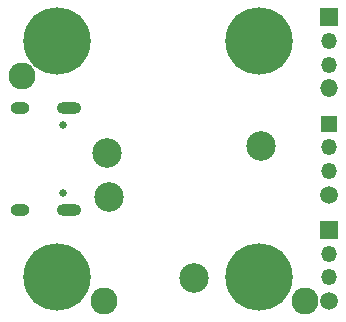
<source format=gbr>
%TF.GenerationSoftware,KiCad,Pcbnew,8.0.1*%
%TF.CreationDate,2024-04-13T19:43:34-04:00*%
%TF.ProjectId,USB-C-3-way-splitter,5553422d-432d-4332-9d77-61792d73706c,rev?*%
%TF.SameCoordinates,Original*%
%TF.FileFunction,Soldermask,Bot*%
%TF.FilePolarity,Negative*%
%FSLAX46Y46*%
G04 Gerber Fmt 4.6, Leading zero omitted, Abs format (unit mm)*
G04 Created by KiCad (PCBNEW 8.0.1) date 2024-04-13 19:43:34*
%MOMM*%
%LPD*%
G01*
G04 APERTURE LIST*
%ADD10C,5.700000*%
%ADD11R,1.350000X1.350000*%
%ADD12O,1.350000X1.350000*%
%ADD13C,1.500000*%
%ADD14R,1.500000X1.500000*%
%ADD15O,1.500000X1.500000*%
%ADD16C,2.286000*%
%ADD17C,0.650000*%
%ADD18O,2.100000X1.000000*%
%ADD19O,1.600000X1.000000*%
%ADD20C,2.500000*%
G04 APERTURE END LIST*
D10*
%TO.C,H4*%
X20100000Y-10000000D03*
%TD*%
D11*
%TO.C,J3*%
X26000000Y3000000D03*
D12*
X26000000Y1000000D03*
X26000000Y-1000000D03*
D13*
X26000000Y-3000000D03*
%TD*%
D10*
%TO.C,H2*%
X3000000Y-10000000D03*
%TD*%
D14*
%TO.C,J2*%
X26000000Y12000000D03*
D12*
X26000000Y10000000D03*
X26000000Y8000000D03*
D15*
X26000000Y6000000D03*
%TD*%
D16*
%TO.C,H7*%
X24000000Y-12000000D03*
%TD*%
%TO.C,H6*%
X7000000Y-12000000D03*
%TD*%
D10*
%TO.C,H1*%
X3000000Y10000000D03*
%TD*%
D17*
%TO.C,J1*%
X3500000Y2890000D03*
X3500000Y-2890000D03*
D18*
X4030000Y4320000D03*
D19*
X-150000Y4320000D03*
D18*
X4030000Y-4320000D03*
D19*
X-150000Y-4320000D03*
%TD*%
D10*
%TO.C,H3*%
X20100000Y10000000D03*
%TD*%
D14*
%TO.C,J4*%
X26000000Y-6000000D03*
D12*
X26000000Y-8000000D03*
X26000000Y-10000000D03*
D13*
X26000000Y-12000000D03*
%TD*%
D16*
%TO.C,H5*%
X0Y7000000D03*
%TD*%
D20*
%TO.C,TP4*%
X14550000Y-10050000D03*
%TD*%
%TO.C,TP2*%
X7350000Y-3250000D03*
%TD*%
%TO.C,TP3*%
X20250000Y1150000D03*
%TD*%
%TO.C,TP1*%
X7200000Y500000D03*
%TD*%
M02*

</source>
